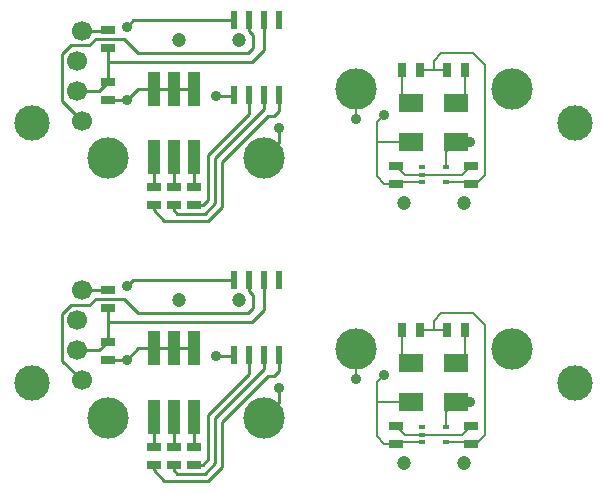
<source format=gtl>
G04 (created by PCBNEW (2013-07-07 BZR 4022)-stable) date 22/01/2014 05:32:29*
%MOIN*%
G04 Gerber Fmt 3.4, Leading zero omitted, Abs format*
%FSLAX34Y34*%
G01*
G70*
G90*
G04 APERTURE LIST*
%ADD10C,0.00590551*%
%ADD11C,0.137795*%
%ADD12C,0.11811*%
%ADD13C,0.0472441*%
%ADD14R,0.08X0.06*%
%ADD15R,0.045X0.025*%
%ADD16R,0.025X0.045*%
%ADD17R,0.02X0.012*%
%ADD18C,0.0669*%
%ADD19R,0.0433071X0.11811*%
%ADD20R,0.02X0.0591*%
%ADD21C,0.035*%
%ADD22C,0.008*%
%ADD23C,0.01*%
G04 APERTURE END LIST*
G54D10*
G54D11*
X31252Y-31165D03*
X36449Y-31165D03*
G54D12*
X38582Y-32283D03*
G54D13*
X32851Y-34965D03*
X34851Y-34965D03*
G54D14*
X33101Y-31615D03*
X33101Y-32915D03*
X34601Y-32915D03*
X34601Y-31615D03*
G54D15*
X32601Y-33715D03*
X32601Y-34315D03*
X35101Y-33715D03*
X35101Y-34315D03*
G54D16*
X34901Y-30515D03*
X34301Y-30515D03*
X33401Y-30515D03*
X32801Y-30515D03*
G54D17*
X33451Y-33765D03*
X33451Y-34265D03*
X34251Y-33765D03*
X33451Y-34015D03*
X34251Y-34265D03*
G54D11*
X28188Y-33464D03*
X22992Y-33464D03*
G54D12*
X20472Y-32283D03*
G54D18*
X22125Y-32208D03*
X21968Y-31208D03*
X21968Y-30208D03*
X22125Y-29208D03*
G54D13*
X27377Y-29527D03*
X25377Y-29527D03*
G54D19*
X24527Y-33425D03*
X25196Y-33425D03*
X25866Y-33425D03*
X25866Y-31141D03*
X25196Y-31141D03*
X24527Y-31141D03*
G54D15*
X22992Y-30920D03*
X22992Y-31520D03*
X22992Y-29188D03*
X22992Y-29788D03*
X24527Y-34424D03*
X24527Y-35024D03*
X25196Y-34424D03*
X25196Y-35024D03*
X25866Y-34424D03*
X25866Y-35024D03*
G54D20*
X27202Y-28868D03*
X27702Y-28868D03*
X28202Y-28868D03*
X28702Y-28868D03*
X28702Y-31368D03*
X28202Y-31368D03*
X27702Y-31368D03*
X27202Y-31368D03*
X27202Y-20206D03*
X27702Y-20206D03*
X28202Y-20206D03*
X28702Y-20206D03*
X28702Y-22706D03*
X28202Y-22706D03*
X27702Y-22706D03*
X27202Y-22706D03*
G54D15*
X25866Y-25762D03*
X25866Y-26362D03*
X25196Y-25762D03*
X25196Y-26362D03*
X24527Y-25762D03*
X24527Y-26362D03*
X22992Y-20526D03*
X22992Y-21126D03*
X22992Y-22259D03*
X22992Y-22859D03*
G54D19*
X24527Y-24763D03*
X25196Y-24763D03*
X25866Y-24763D03*
X25866Y-22480D03*
X25196Y-22480D03*
X24527Y-22480D03*
G54D13*
X27377Y-20866D03*
X25377Y-20866D03*
G54D18*
X22125Y-23547D03*
X21968Y-22547D03*
X21968Y-21547D03*
X22125Y-20547D03*
G54D12*
X20472Y-23622D03*
G54D11*
X28188Y-24803D03*
X22992Y-24803D03*
G54D17*
X33451Y-25104D03*
X33451Y-25604D03*
X34251Y-25104D03*
X33451Y-25354D03*
X34251Y-25604D03*
G54D16*
X33401Y-21854D03*
X32801Y-21854D03*
X34901Y-21854D03*
X34301Y-21854D03*
G54D15*
X35101Y-25054D03*
X35101Y-25654D03*
X32601Y-25054D03*
X32601Y-25654D03*
G54D14*
X34601Y-24254D03*
X34601Y-22954D03*
X33101Y-22954D03*
X33101Y-24254D03*
G54D13*
X32851Y-26304D03*
X34851Y-26304D03*
G54D12*
X38582Y-23622D03*
G54D11*
X31252Y-22504D03*
X36449Y-22504D03*
G54D21*
X32201Y-32015D03*
X23622Y-31515D03*
X23622Y-29074D03*
X23622Y-20413D03*
X23622Y-22854D03*
X32201Y-23354D03*
X28706Y-32450D03*
X28706Y-23788D03*
X31251Y-32165D03*
X31251Y-23504D03*
X35051Y-32915D03*
X26594Y-31377D03*
X26594Y-22716D03*
X35051Y-24254D03*
G54D22*
X32651Y-34265D02*
X32601Y-34315D01*
X32651Y-34265D02*
X32601Y-34315D01*
X33451Y-34265D02*
X32651Y-34265D01*
X32201Y-34315D02*
X31951Y-34065D01*
X31951Y-32915D02*
X31951Y-32265D01*
X31951Y-34065D02*
X31951Y-32915D01*
X31951Y-32265D02*
X32201Y-32015D01*
X32601Y-34315D02*
X32201Y-34315D01*
X33101Y-32915D02*
X31951Y-32915D01*
G54D23*
X25196Y-31141D02*
X25866Y-31141D01*
X24527Y-31141D02*
X25196Y-31141D01*
X23622Y-31515D02*
X23617Y-31520D01*
X23617Y-31520D02*
X22992Y-31520D01*
X23828Y-28868D02*
X23622Y-29074D01*
X27202Y-28868D02*
X23828Y-28868D01*
X23996Y-31141D02*
X23622Y-31515D01*
X24527Y-31141D02*
X23996Y-31141D01*
X24527Y-22480D02*
X23996Y-22480D01*
X23996Y-22480D02*
X23622Y-22854D01*
X27202Y-20206D02*
X23828Y-20206D01*
X23828Y-20206D02*
X23622Y-20413D01*
X23617Y-22859D02*
X22992Y-22859D01*
X23622Y-22854D02*
X23617Y-22859D01*
X24527Y-22480D02*
X25196Y-22480D01*
X25196Y-22480D02*
X25866Y-22480D01*
G54D22*
X33101Y-24254D02*
X31951Y-24254D01*
X32601Y-25654D02*
X32201Y-25654D01*
X31951Y-23604D02*
X32201Y-23354D01*
X31951Y-25404D02*
X31951Y-24254D01*
X31951Y-24254D02*
X31951Y-23604D01*
X32201Y-25654D02*
X31951Y-25404D01*
X33451Y-25604D02*
X32651Y-25604D01*
X32651Y-25604D02*
X32601Y-25654D01*
X32651Y-25604D02*
X32601Y-25654D01*
X32801Y-31315D02*
X33101Y-31615D01*
X32801Y-30515D02*
X32801Y-31315D01*
X32801Y-21854D02*
X32801Y-22654D01*
X32801Y-22654D02*
X33101Y-22954D01*
G54D23*
X28702Y-31887D02*
X28543Y-32047D01*
X28543Y-32047D02*
X28346Y-32047D01*
X28346Y-32047D02*
X26811Y-33582D01*
X24527Y-35196D02*
X24527Y-35024D01*
X26811Y-35078D02*
X26811Y-33582D01*
X26338Y-35551D02*
X26811Y-35078D01*
X24881Y-35551D02*
X26338Y-35551D01*
X24527Y-35196D02*
X24881Y-35551D01*
X28702Y-31368D02*
X28702Y-31887D01*
X28702Y-22706D02*
X28702Y-23226D01*
X24527Y-26535D02*
X24881Y-26889D01*
X24881Y-26889D02*
X26338Y-26889D01*
X26338Y-26889D02*
X26811Y-26417D01*
X26811Y-26417D02*
X26811Y-24921D01*
X24527Y-26535D02*
X24527Y-26362D01*
X28346Y-23385D02*
X26811Y-24921D01*
X28543Y-23385D02*
X28346Y-23385D01*
X28702Y-23226D02*
X28543Y-23385D01*
X28202Y-31836D02*
X26574Y-33464D01*
X25196Y-35196D02*
X25314Y-35314D01*
X25314Y-35314D02*
X26220Y-35314D01*
X26220Y-35314D02*
X26574Y-34960D01*
X26574Y-34960D02*
X26574Y-33464D01*
X25196Y-35196D02*
X25196Y-35024D01*
X28202Y-31368D02*
X28202Y-31836D01*
X28202Y-22706D02*
X28202Y-23175D01*
X25196Y-26535D02*
X25196Y-26362D01*
X26574Y-26299D02*
X26574Y-24803D01*
X26220Y-26653D02*
X26574Y-26299D01*
X25314Y-26653D02*
X26220Y-26653D01*
X25196Y-26535D02*
X25314Y-26653D01*
X28202Y-23175D02*
X26574Y-24803D01*
X27702Y-31982D02*
X26338Y-33346D01*
X26156Y-35024D02*
X25866Y-35024D01*
X26338Y-34842D02*
X26338Y-33346D01*
X26156Y-35024D02*
X26338Y-34842D01*
X27702Y-31368D02*
X27702Y-31982D01*
X27702Y-22706D02*
X27702Y-23320D01*
X26156Y-26362D02*
X26338Y-26181D01*
X26338Y-26181D02*
X26338Y-24685D01*
X26156Y-26362D02*
X25866Y-26362D01*
X27702Y-23320D02*
X26338Y-24685D01*
G54D22*
X34901Y-31315D02*
X34601Y-31615D01*
X34901Y-30515D02*
X34901Y-31315D01*
G54D23*
X28706Y-32450D02*
X28706Y-32946D01*
X28706Y-32946D02*
X28188Y-33464D01*
X28706Y-24285D02*
X28188Y-24803D01*
X28706Y-23788D02*
X28706Y-24285D01*
G54D22*
X34901Y-21854D02*
X34901Y-22654D01*
X34901Y-22654D02*
X34601Y-22954D01*
X35051Y-34265D02*
X35101Y-34315D01*
X34251Y-34265D02*
X35051Y-34265D01*
X33851Y-30515D02*
X34301Y-30515D01*
X33401Y-30515D02*
X33851Y-30515D01*
X35251Y-34315D02*
X35551Y-34015D01*
X35551Y-34015D02*
X35551Y-30365D01*
X35551Y-30365D02*
X35151Y-29965D01*
X35151Y-29965D02*
X34101Y-29965D01*
X34101Y-29965D02*
X33851Y-30215D01*
X33851Y-30215D02*
X33851Y-30515D01*
X35101Y-34315D02*
X35251Y-34315D01*
G54D23*
X21476Y-31559D02*
X22125Y-32208D01*
X27702Y-28868D02*
X27702Y-29238D01*
X27702Y-29238D02*
X27834Y-29370D01*
X27834Y-29370D02*
X27834Y-29803D01*
X27834Y-29803D02*
X27677Y-29960D01*
X27677Y-29960D02*
X24015Y-29960D01*
X24015Y-29960D02*
X23543Y-29488D01*
X23543Y-29488D02*
X22598Y-29488D01*
X22598Y-29488D02*
X22381Y-29704D01*
X22381Y-29704D02*
X21771Y-29704D01*
X21771Y-29704D02*
X21476Y-30000D01*
X21476Y-30000D02*
X21476Y-31559D01*
X21476Y-21338D02*
X21476Y-22897D01*
X21771Y-21043D02*
X21476Y-21338D01*
X22381Y-21043D02*
X21771Y-21043D01*
X22598Y-20826D02*
X22381Y-21043D01*
X23543Y-20826D02*
X22598Y-20826D01*
X24015Y-21299D02*
X23543Y-20826D01*
X27677Y-21299D02*
X24015Y-21299D01*
X27834Y-21141D02*
X27677Y-21299D01*
X27834Y-20708D02*
X27834Y-21141D01*
X27702Y-20576D02*
X27834Y-20708D01*
X27702Y-20206D02*
X27702Y-20576D01*
X21476Y-22897D02*
X22125Y-23547D01*
G54D22*
X35101Y-25654D02*
X35251Y-25654D01*
X33851Y-21554D02*
X33851Y-21854D01*
X34101Y-21304D02*
X33851Y-21554D01*
X35151Y-21304D02*
X34101Y-21304D01*
X35551Y-21704D02*
X35151Y-21304D01*
X35551Y-25354D02*
X35551Y-21704D01*
X35251Y-25654D02*
X35551Y-25354D01*
X33401Y-21854D02*
X33851Y-21854D01*
X33851Y-21854D02*
X34301Y-21854D01*
X34251Y-25604D02*
X35051Y-25604D01*
X35051Y-25604D02*
X35101Y-25654D01*
X32901Y-34015D02*
X32601Y-33715D01*
X33451Y-34015D02*
X32901Y-34015D01*
X34801Y-34015D02*
X35101Y-33715D01*
X33451Y-34015D02*
X34801Y-34015D01*
G54D23*
X22992Y-30250D02*
X22992Y-30920D01*
X22992Y-30196D02*
X22992Y-30250D01*
X22992Y-29788D02*
X22992Y-30196D01*
X28202Y-29854D02*
X27806Y-30250D01*
X27806Y-30250D02*
X22992Y-30250D01*
X28202Y-28868D02*
X28202Y-29854D01*
X22703Y-31208D02*
X22992Y-30920D01*
X21968Y-31208D02*
X22703Y-31208D01*
X21968Y-22547D02*
X22703Y-22547D01*
X22703Y-22547D02*
X22992Y-22259D01*
X28202Y-20206D02*
X28202Y-21192D01*
X27806Y-21588D02*
X22992Y-21588D01*
X28202Y-21192D02*
X27806Y-21588D01*
X22992Y-21126D02*
X22992Y-21535D01*
X22992Y-21535D02*
X22992Y-21588D01*
X22992Y-21588D02*
X22992Y-22259D01*
G54D22*
X33451Y-25354D02*
X34801Y-25354D01*
X34801Y-25354D02*
X35101Y-25054D01*
X33451Y-25354D02*
X32901Y-25354D01*
X32901Y-25354D02*
X32601Y-25054D01*
G54D23*
X25866Y-33425D02*
X25866Y-34424D01*
X25866Y-24763D02*
X25866Y-25762D01*
X25196Y-33425D02*
X25196Y-34424D01*
X25196Y-24763D02*
X25196Y-25762D01*
G54D22*
X31251Y-32165D02*
X31252Y-32163D01*
X31252Y-32163D02*
X31252Y-31165D01*
G54D23*
X24527Y-33425D02*
X24527Y-34424D01*
X24527Y-24763D02*
X24527Y-25762D01*
G54D22*
X31252Y-23502D02*
X31252Y-22504D01*
X31251Y-23504D02*
X31252Y-23502D01*
X34251Y-33265D02*
X34601Y-32915D01*
X34251Y-33765D02*
X34251Y-33265D01*
X35051Y-32915D02*
X34601Y-32915D01*
G54D23*
X22971Y-29208D02*
X22992Y-29188D01*
X22047Y-29208D02*
X22971Y-29208D01*
X27192Y-31377D02*
X26594Y-31377D01*
X27202Y-31368D02*
X27192Y-31377D01*
X27202Y-22706D02*
X27192Y-22716D01*
X27192Y-22716D02*
X26594Y-22716D01*
X22047Y-20547D02*
X22971Y-20547D01*
X22971Y-20547D02*
X22992Y-20526D01*
G54D22*
X35051Y-24254D02*
X34601Y-24254D01*
X34251Y-25104D02*
X34251Y-24604D01*
X34251Y-24604D02*
X34601Y-24254D01*
M02*

</source>
